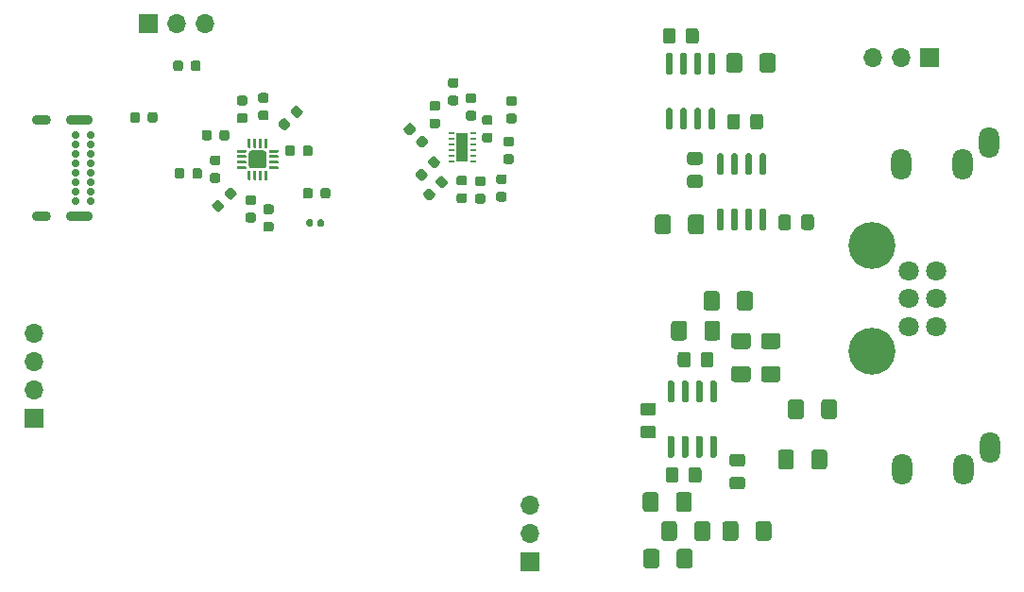
<source format=gbr>
%TF.GenerationSoftware,KiCad,Pcbnew,(5.1.8)-1*%
%TF.CreationDate,2021-03-14T21:45:14-06:00*%
%TF.ProjectId,Audio Card,41756469-6f20-4436-9172-642e6b696361,rev?*%
%TF.SameCoordinates,Original*%
%TF.FileFunction,Soldermask,Top*%
%TF.FilePolarity,Negative*%
%FSLAX46Y46*%
G04 Gerber Fmt 4.6, Leading zero omitted, Abs format (unit mm)*
G04 Created by KiCad (PCBNEW (5.1.8)-1) date 2021-03-14 21:45:14*
%MOMM*%
%LPD*%
G01*
G04 APERTURE LIST*
%ADD10O,1.700000X1.700000*%
%ADD11R,1.700000X1.700000*%
%ADD12O,1.700000X0.900000*%
%ADD13O,2.400000X0.900000*%
%ADD14C,0.700000*%
%ADD15R,1.000000X2.650000*%
%ADD16R,0.500000X0.250000*%
%ADD17C,4.200000*%
%ADD18C,1.800000*%
%ADD19O,1.800000X2.800000*%
G04 APERTURE END LIST*
%TO.C,U9*%
G36*
G01*
X176664200Y-56995100D02*
X176664200Y-56245100D01*
G75*
G02*
X176726700Y-56182600I62500J0D01*
G01*
X176851700Y-56182600D01*
G75*
G02*
X176914200Y-56245100I0J-62500D01*
G01*
X176914200Y-56995100D01*
G75*
G02*
X176851700Y-57057600I-62500J0D01*
G01*
X176726700Y-57057600D01*
G75*
G02*
X176664200Y-56995100I0J62500D01*
G01*
G37*
G36*
G01*
X177164200Y-56995100D02*
X177164200Y-56245100D01*
G75*
G02*
X177226700Y-56182600I62500J0D01*
G01*
X177351700Y-56182600D01*
G75*
G02*
X177414200Y-56245100I0J-62500D01*
G01*
X177414200Y-56995100D01*
G75*
G02*
X177351700Y-57057600I-62500J0D01*
G01*
X177226700Y-57057600D01*
G75*
G02*
X177164200Y-56995100I0J62500D01*
G01*
G37*
G36*
G01*
X177664200Y-56995100D02*
X177664200Y-56245100D01*
G75*
G02*
X177726700Y-56182600I62500J0D01*
G01*
X177851700Y-56182600D01*
G75*
G02*
X177914200Y-56245100I0J-62500D01*
G01*
X177914200Y-56995100D01*
G75*
G02*
X177851700Y-57057600I-62500J0D01*
G01*
X177726700Y-57057600D01*
G75*
G02*
X177664200Y-56995100I0J62500D01*
G01*
G37*
G36*
G01*
X178164200Y-56995100D02*
X178164200Y-56245100D01*
G75*
G02*
X178226700Y-56182600I62500J0D01*
G01*
X178351700Y-56182600D01*
G75*
G02*
X178414200Y-56245100I0J-62500D01*
G01*
X178414200Y-56995100D01*
G75*
G02*
X178351700Y-57057600I-62500J0D01*
G01*
X178226700Y-57057600D01*
G75*
G02*
X178164200Y-56995100I0J62500D01*
G01*
G37*
G36*
G01*
X178539200Y-57370100D02*
X178539200Y-57245100D01*
G75*
G02*
X178601700Y-57182600I62500J0D01*
G01*
X179351700Y-57182600D01*
G75*
G02*
X179414200Y-57245100I0J-62500D01*
G01*
X179414200Y-57370100D01*
G75*
G02*
X179351700Y-57432600I-62500J0D01*
G01*
X178601700Y-57432600D01*
G75*
G02*
X178539200Y-57370100I0J62500D01*
G01*
G37*
G36*
G01*
X178539200Y-57870100D02*
X178539200Y-57745100D01*
G75*
G02*
X178601700Y-57682600I62500J0D01*
G01*
X179351700Y-57682600D01*
G75*
G02*
X179414200Y-57745100I0J-62500D01*
G01*
X179414200Y-57870100D01*
G75*
G02*
X179351700Y-57932600I-62500J0D01*
G01*
X178601700Y-57932600D01*
G75*
G02*
X178539200Y-57870100I0J62500D01*
G01*
G37*
G36*
G01*
X178539200Y-58370100D02*
X178539200Y-58245100D01*
G75*
G02*
X178601700Y-58182600I62500J0D01*
G01*
X179351700Y-58182600D01*
G75*
G02*
X179414200Y-58245100I0J-62500D01*
G01*
X179414200Y-58370100D01*
G75*
G02*
X179351700Y-58432600I-62500J0D01*
G01*
X178601700Y-58432600D01*
G75*
G02*
X178539200Y-58370100I0J62500D01*
G01*
G37*
G36*
G01*
X178539200Y-58870100D02*
X178539200Y-58745100D01*
G75*
G02*
X178601700Y-58682600I62500J0D01*
G01*
X179351700Y-58682600D01*
G75*
G02*
X179414200Y-58745100I0J-62500D01*
G01*
X179414200Y-58870100D01*
G75*
G02*
X179351700Y-58932600I-62500J0D01*
G01*
X178601700Y-58932600D01*
G75*
G02*
X178539200Y-58870100I0J62500D01*
G01*
G37*
G36*
G01*
X178164200Y-59870100D02*
X178164200Y-59120100D01*
G75*
G02*
X178226700Y-59057600I62500J0D01*
G01*
X178351700Y-59057600D01*
G75*
G02*
X178414200Y-59120100I0J-62500D01*
G01*
X178414200Y-59870100D01*
G75*
G02*
X178351700Y-59932600I-62500J0D01*
G01*
X178226700Y-59932600D01*
G75*
G02*
X178164200Y-59870100I0J62500D01*
G01*
G37*
G36*
G01*
X177664200Y-59870100D02*
X177664200Y-59120100D01*
G75*
G02*
X177726700Y-59057600I62500J0D01*
G01*
X177851700Y-59057600D01*
G75*
G02*
X177914200Y-59120100I0J-62500D01*
G01*
X177914200Y-59870100D01*
G75*
G02*
X177851700Y-59932600I-62500J0D01*
G01*
X177726700Y-59932600D01*
G75*
G02*
X177664200Y-59870100I0J62500D01*
G01*
G37*
G36*
G01*
X177164200Y-59870100D02*
X177164200Y-59120100D01*
G75*
G02*
X177226700Y-59057600I62500J0D01*
G01*
X177351700Y-59057600D01*
G75*
G02*
X177414200Y-59120100I0J-62500D01*
G01*
X177414200Y-59870100D01*
G75*
G02*
X177351700Y-59932600I-62500J0D01*
G01*
X177226700Y-59932600D01*
G75*
G02*
X177164200Y-59870100I0J62500D01*
G01*
G37*
G36*
G01*
X176664200Y-59870100D02*
X176664200Y-59120100D01*
G75*
G02*
X176726700Y-59057600I62500J0D01*
G01*
X176851700Y-59057600D01*
G75*
G02*
X176914200Y-59120100I0J-62500D01*
G01*
X176914200Y-59870100D01*
G75*
G02*
X176851700Y-59932600I-62500J0D01*
G01*
X176726700Y-59932600D01*
G75*
G02*
X176664200Y-59870100I0J62500D01*
G01*
G37*
G36*
G01*
X175664200Y-58870100D02*
X175664200Y-58745100D01*
G75*
G02*
X175726700Y-58682600I62500J0D01*
G01*
X176476700Y-58682600D01*
G75*
G02*
X176539200Y-58745100I0J-62500D01*
G01*
X176539200Y-58870100D01*
G75*
G02*
X176476700Y-58932600I-62500J0D01*
G01*
X175726700Y-58932600D01*
G75*
G02*
X175664200Y-58870100I0J62500D01*
G01*
G37*
G36*
G01*
X175664200Y-58370100D02*
X175664200Y-58245100D01*
G75*
G02*
X175726700Y-58182600I62500J0D01*
G01*
X176476700Y-58182600D01*
G75*
G02*
X176539200Y-58245100I0J-62500D01*
G01*
X176539200Y-58370100D01*
G75*
G02*
X176476700Y-58432600I-62500J0D01*
G01*
X175726700Y-58432600D01*
G75*
G02*
X175664200Y-58370100I0J62500D01*
G01*
G37*
G36*
G01*
X175664200Y-57870100D02*
X175664200Y-57745100D01*
G75*
G02*
X175726700Y-57682600I62500J0D01*
G01*
X176476700Y-57682600D01*
G75*
G02*
X176539200Y-57745100I0J-62500D01*
G01*
X176539200Y-57870100D01*
G75*
G02*
X176476700Y-57932600I-62500J0D01*
G01*
X175726700Y-57932600D01*
G75*
G02*
X175664200Y-57870100I0J62500D01*
G01*
G37*
G36*
G01*
X175664200Y-57370100D02*
X175664200Y-57245100D01*
G75*
G02*
X175726700Y-57182600I62500J0D01*
G01*
X176476700Y-57182600D01*
G75*
G02*
X176539200Y-57245100I0J-62500D01*
G01*
X176539200Y-57370100D01*
G75*
G02*
X176476700Y-57432600I-62500J0D01*
G01*
X175726700Y-57432600D01*
G75*
G02*
X175664200Y-57370100I0J62500D01*
G01*
G37*
G36*
G01*
X176739200Y-58607600D02*
X176739200Y-57507600D01*
G75*
G02*
X176989200Y-57257600I250000J0D01*
G01*
X178089200Y-57257600D01*
G75*
G02*
X178339200Y-57507600I0J-250000D01*
G01*
X178339200Y-58607600D01*
G75*
G02*
X178089200Y-58857600I-250000J0D01*
G01*
X176989200Y-58857600D01*
G75*
G02*
X176739200Y-58607600I0J250000D01*
G01*
G37*
%TD*%
D10*
%TO.C,J6*%
X201930000Y-89090500D03*
X201930000Y-91630500D03*
D11*
X201930000Y-94170500D03*
%TD*%
%TO.C,C22*%
G36*
G01*
X216275499Y-59441500D02*
X217175501Y-59441500D01*
G75*
G02*
X217425500Y-59691499I0J-249999D01*
G01*
X217425500Y-60341501D01*
G75*
G02*
X217175501Y-60591500I-249999J0D01*
G01*
X216275499Y-60591500D01*
G75*
G02*
X216025500Y-60341501I0J249999D01*
G01*
X216025500Y-59691499D01*
G75*
G02*
X216275499Y-59441500I249999J0D01*
G01*
G37*
G36*
G01*
X216275499Y-57391500D02*
X217175501Y-57391500D01*
G75*
G02*
X217425500Y-57641499I0J-249999D01*
G01*
X217425500Y-58291501D01*
G75*
G02*
X217175501Y-58541500I-249999J0D01*
G01*
X216275499Y-58541500D01*
G75*
G02*
X216025500Y-58291501I0J249999D01*
G01*
X216025500Y-57641499D01*
G75*
G02*
X216275499Y-57391500I249999J0D01*
G01*
G37*
%TD*%
%TO.C,C21*%
G36*
G01*
X226247000Y-64140501D02*
X226247000Y-63240499D01*
G75*
G02*
X226496999Y-62990500I249999J0D01*
G01*
X227147001Y-62990500D01*
G75*
G02*
X227397000Y-63240499I0J-249999D01*
G01*
X227397000Y-64140501D01*
G75*
G02*
X227147001Y-64390500I-249999J0D01*
G01*
X226496999Y-64390500D01*
G75*
G02*
X226247000Y-64140501I0J249999D01*
G01*
G37*
G36*
G01*
X224197000Y-64140501D02*
X224197000Y-63240499D01*
G75*
G02*
X224446999Y-62990500I249999J0D01*
G01*
X225097001Y-62990500D01*
G75*
G02*
X225347000Y-63240499I0J-249999D01*
G01*
X225347000Y-64140501D01*
G75*
G02*
X225097001Y-64390500I-249999J0D01*
G01*
X224446999Y-64390500D01*
G75*
G02*
X224197000Y-64140501I0J249999D01*
G01*
G37*
%TD*%
%TO.C,C20*%
G36*
G01*
X221675000Y-55123501D02*
X221675000Y-54223499D01*
G75*
G02*
X221924999Y-53973500I249999J0D01*
G01*
X222575001Y-53973500D01*
G75*
G02*
X222825000Y-54223499I0J-249999D01*
G01*
X222825000Y-55123501D01*
G75*
G02*
X222575001Y-55373500I-249999J0D01*
G01*
X221924999Y-55373500D01*
G75*
G02*
X221675000Y-55123501I0J249999D01*
G01*
G37*
G36*
G01*
X219625000Y-55123501D02*
X219625000Y-54223499D01*
G75*
G02*
X219874999Y-53973500I249999J0D01*
G01*
X220525001Y-53973500D01*
G75*
G02*
X220775000Y-54223499I0J-249999D01*
G01*
X220775000Y-55123501D01*
G75*
G02*
X220525001Y-55373500I-249999J0D01*
G01*
X219874999Y-55373500D01*
G75*
G02*
X219625000Y-55123501I0J249999D01*
G01*
G37*
%TD*%
%TO.C,C19*%
G36*
G01*
X220085499Y-86501500D02*
X220985501Y-86501500D01*
G75*
G02*
X221235500Y-86751499I0J-249999D01*
G01*
X221235500Y-87401501D01*
G75*
G02*
X220985501Y-87651500I-249999J0D01*
G01*
X220085499Y-87651500D01*
G75*
G02*
X219835500Y-87401501I0J249999D01*
G01*
X219835500Y-86751499D01*
G75*
G02*
X220085499Y-86501500I249999J0D01*
G01*
G37*
G36*
G01*
X220085499Y-84451500D02*
X220985501Y-84451500D01*
G75*
G02*
X221235500Y-84701499I0J-249999D01*
G01*
X221235500Y-85351501D01*
G75*
G02*
X220985501Y-85601500I-249999J0D01*
G01*
X220085499Y-85601500D01*
G75*
G02*
X219835500Y-85351501I0J249999D01*
G01*
X219835500Y-84701499D01*
G75*
G02*
X220085499Y-84451500I249999J0D01*
G01*
G37*
%TD*%
%TO.C,C18*%
G36*
G01*
X212084499Y-81929500D02*
X212984501Y-81929500D01*
G75*
G02*
X213234500Y-82179499I0J-249999D01*
G01*
X213234500Y-82829501D01*
G75*
G02*
X212984501Y-83079500I-249999J0D01*
G01*
X212084499Y-83079500D01*
G75*
G02*
X211834500Y-82829501I0J249999D01*
G01*
X211834500Y-82179499D01*
G75*
G02*
X212084499Y-81929500I249999J0D01*
G01*
G37*
G36*
G01*
X212084499Y-79879500D02*
X212984501Y-79879500D01*
G75*
G02*
X213234500Y-80129499I0J-249999D01*
G01*
X213234500Y-80779501D01*
G75*
G02*
X212984501Y-81029500I-249999J0D01*
G01*
X212084499Y-81029500D01*
G75*
G02*
X211834500Y-80779501I0J249999D01*
G01*
X211834500Y-80129499D01*
G75*
G02*
X212084499Y-79879500I249999J0D01*
G01*
G37*
%TD*%
%TO.C,C17*%
G36*
G01*
X215905500Y-47440001D02*
X215905500Y-46539999D01*
G75*
G02*
X216155499Y-46290000I249999J0D01*
G01*
X216805501Y-46290000D01*
G75*
G02*
X217055500Y-46539999I0J-249999D01*
G01*
X217055500Y-47440001D01*
G75*
G02*
X216805501Y-47690000I-249999J0D01*
G01*
X216155499Y-47690000D01*
G75*
G02*
X215905500Y-47440001I0J249999D01*
G01*
G37*
G36*
G01*
X213855500Y-47440001D02*
X213855500Y-46539999D01*
G75*
G02*
X214105499Y-46290000I249999J0D01*
G01*
X214755501Y-46290000D01*
G75*
G02*
X215005500Y-46539999I0J-249999D01*
G01*
X215005500Y-47440001D01*
G75*
G02*
X214755501Y-47690000I-249999J0D01*
G01*
X214105499Y-47690000D01*
G75*
G02*
X213855500Y-47440001I0J249999D01*
G01*
G37*
%TD*%
%TO.C,C4*%
G36*
G01*
X216339000Y-75559499D02*
X216339000Y-76459501D01*
G75*
G02*
X216089001Y-76709500I-249999J0D01*
G01*
X215438999Y-76709500D01*
G75*
G02*
X215189000Y-76459501I0J249999D01*
G01*
X215189000Y-75559499D01*
G75*
G02*
X215438999Y-75309500I249999J0D01*
G01*
X216089001Y-75309500D01*
G75*
G02*
X216339000Y-75559499I0J-249999D01*
G01*
G37*
G36*
G01*
X218389000Y-75559499D02*
X218389000Y-76459501D01*
G75*
G02*
X218139001Y-76709500I-249999J0D01*
G01*
X217488999Y-76709500D01*
G75*
G02*
X217239000Y-76459501I0J249999D01*
G01*
X217239000Y-75559499D01*
G75*
G02*
X217488999Y-75309500I249999J0D01*
G01*
X218139001Y-75309500D01*
G75*
G02*
X218389000Y-75559499I0J-249999D01*
G01*
G37*
%TD*%
%TO.C,C2*%
G36*
G01*
X215259500Y-85909999D02*
X215259500Y-86810001D01*
G75*
G02*
X215009501Y-87060000I-249999J0D01*
G01*
X214359499Y-87060000D01*
G75*
G02*
X214109500Y-86810001I0J249999D01*
G01*
X214109500Y-85909999D01*
G75*
G02*
X214359499Y-85660000I249999J0D01*
G01*
X215009501Y-85660000D01*
G75*
G02*
X215259500Y-85909999I0J-249999D01*
G01*
G37*
G36*
G01*
X217309500Y-85909999D02*
X217309500Y-86810001D01*
G75*
G02*
X217059501Y-87060000I-249999J0D01*
G01*
X216409499Y-87060000D01*
G75*
G02*
X216159500Y-86810001I0J249999D01*
G01*
X216159500Y-85909999D01*
G75*
G02*
X216409499Y-85660000I249999J0D01*
G01*
X217059501Y-85660000D01*
G75*
G02*
X217309500Y-85909999I0J-249999D01*
G01*
G37*
%TD*%
%TO.C,R10*%
G36*
G01*
X216118500Y-64506000D02*
X216118500Y-63256000D01*
G75*
G02*
X216368500Y-63006000I250000J0D01*
G01*
X217293500Y-63006000D01*
G75*
G02*
X217543500Y-63256000I0J-250000D01*
G01*
X217543500Y-64506000D01*
G75*
G02*
X217293500Y-64756000I-250000J0D01*
G01*
X216368500Y-64756000D01*
G75*
G02*
X216118500Y-64506000I0J250000D01*
G01*
G37*
G36*
G01*
X213143500Y-64506000D02*
X213143500Y-63256000D01*
G75*
G02*
X213393500Y-63006000I250000J0D01*
G01*
X214318500Y-63006000D01*
G75*
G02*
X214568500Y-63256000I0J-250000D01*
G01*
X214568500Y-64506000D01*
G75*
G02*
X214318500Y-64756000I-250000J0D01*
G01*
X213393500Y-64756000D01*
G75*
G02*
X213143500Y-64506000I0J250000D01*
G01*
G37*
%TD*%
%TO.C,R6*%
G36*
G01*
X228041500Y-81079500D02*
X228041500Y-79829500D01*
G75*
G02*
X228291500Y-79579500I250000J0D01*
G01*
X229216500Y-79579500D01*
G75*
G02*
X229466500Y-79829500I0J-250000D01*
G01*
X229466500Y-81079500D01*
G75*
G02*
X229216500Y-81329500I-250000J0D01*
G01*
X228291500Y-81329500D01*
G75*
G02*
X228041500Y-81079500I0J250000D01*
G01*
G37*
G36*
G01*
X225066500Y-81079500D02*
X225066500Y-79829500D01*
G75*
G02*
X225316500Y-79579500I250000J0D01*
G01*
X226241500Y-79579500D01*
G75*
G02*
X226491500Y-79829500I0J-250000D01*
G01*
X226491500Y-81079500D01*
G75*
G02*
X226241500Y-81329500I-250000J0D01*
G01*
X225316500Y-81329500D01*
G75*
G02*
X225066500Y-81079500I0J250000D01*
G01*
G37*
%TD*%
%TO.C,R5*%
G36*
G01*
X220967000Y-48778000D02*
X220967000Y-50028000D01*
G75*
G02*
X220717000Y-50278000I-250000J0D01*
G01*
X219792000Y-50278000D01*
G75*
G02*
X219542000Y-50028000I0J250000D01*
G01*
X219542000Y-48778000D01*
G75*
G02*
X219792000Y-48528000I250000J0D01*
G01*
X220717000Y-48528000D01*
G75*
G02*
X220967000Y-48778000I0J-250000D01*
G01*
G37*
G36*
G01*
X223942000Y-48778000D02*
X223942000Y-50028000D01*
G75*
G02*
X223692000Y-50278000I-250000J0D01*
G01*
X222767000Y-50278000D01*
G75*
G02*
X222517000Y-50028000I0J250000D01*
G01*
X222517000Y-48778000D01*
G75*
G02*
X222767000Y-48528000I250000J0D01*
G01*
X223692000Y-48528000D01*
G75*
G02*
X223942000Y-48778000I0J-250000D01*
G01*
G37*
%TD*%
%TO.C,R1*%
G36*
G01*
X227152500Y-85588000D02*
X227152500Y-84338000D01*
G75*
G02*
X227402500Y-84088000I250000J0D01*
G01*
X228327500Y-84088000D01*
G75*
G02*
X228577500Y-84338000I0J-250000D01*
G01*
X228577500Y-85588000D01*
G75*
G02*
X228327500Y-85838000I-250000J0D01*
G01*
X227402500Y-85838000D01*
G75*
G02*
X227152500Y-85588000I0J250000D01*
G01*
G37*
G36*
G01*
X224177500Y-85588000D02*
X224177500Y-84338000D01*
G75*
G02*
X224427500Y-84088000I250000J0D01*
G01*
X225352500Y-84088000D01*
G75*
G02*
X225602500Y-84338000I0J-250000D01*
G01*
X225602500Y-85588000D01*
G75*
G02*
X225352500Y-85838000I-250000J0D01*
G01*
X224427500Y-85838000D01*
G75*
G02*
X224177500Y-85588000I0J250000D01*
G01*
G37*
%TD*%
%TO.C,C3*%
G36*
G01*
X221478000Y-75044000D02*
X220228000Y-75044000D01*
G75*
G02*
X219978000Y-74794000I0J250000D01*
G01*
X219978000Y-73869000D01*
G75*
G02*
X220228000Y-73619000I250000J0D01*
G01*
X221478000Y-73619000D01*
G75*
G02*
X221728000Y-73869000I0J-250000D01*
G01*
X221728000Y-74794000D01*
G75*
G02*
X221478000Y-75044000I-250000J0D01*
G01*
G37*
G36*
G01*
X221478000Y-78019000D02*
X220228000Y-78019000D01*
G75*
G02*
X219978000Y-77769000I0J250000D01*
G01*
X219978000Y-76844000D01*
G75*
G02*
X220228000Y-76594000I250000J0D01*
G01*
X221478000Y-76594000D01*
G75*
G02*
X221728000Y-76844000I0J-250000D01*
G01*
X221728000Y-77769000D01*
G75*
G02*
X221478000Y-78019000I-250000J0D01*
G01*
G37*
%TD*%
%TO.C,C1*%
G36*
G01*
X213474000Y-88148000D02*
X213474000Y-89398000D01*
G75*
G02*
X213224000Y-89648000I-250000J0D01*
G01*
X212299000Y-89648000D01*
G75*
G02*
X212049000Y-89398000I0J250000D01*
G01*
X212049000Y-88148000D01*
G75*
G02*
X212299000Y-87898000I250000J0D01*
G01*
X213224000Y-87898000D01*
G75*
G02*
X213474000Y-88148000I0J-250000D01*
G01*
G37*
G36*
G01*
X216449000Y-88148000D02*
X216449000Y-89398000D01*
G75*
G02*
X216199000Y-89648000I-250000J0D01*
G01*
X215274000Y-89648000D01*
G75*
G02*
X215024000Y-89398000I0J250000D01*
G01*
X215024000Y-88148000D01*
G75*
G02*
X215274000Y-87898000I250000J0D01*
G01*
X216199000Y-87898000D01*
G75*
G02*
X216449000Y-88148000I0J-250000D01*
G01*
G37*
%TD*%
%TO.C,R9*%
G36*
G01*
X220485000Y-71364000D02*
X220485000Y-70114000D01*
G75*
G02*
X220735000Y-69864000I250000J0D01*
G01*
X221660000Y-69864000D01*
G75*
G02*
X221910000Y-70114000I0J-250000D01*
G01*
X221910000Y-71364000D01*
G75*
G02*
X221660000Y-71614000I-250000J0D01*
G01*
X220735000Y-71614000D01*
G75*
G02*
X220485000Y-71364000I0J250000D01*
G01*
G37*
G36*
G01*
X217510000Y-71364000D02*
X217510000Y-70114000D01*
G75*
G02*
X217760000Y-69864000I250000J0D01*
G01*
X218685000Y-69864000D01*
G75*
G02*
X218935000Y-70114000I0J-250000D01*
G01*
X218935000Y-71364000D01*
G75*
G02*
X218685000Y-71614000I-250000J0D01*
G01*
X217760000Y-71614000D01*
G75*
G02*
X217510000Y-71364000I0J250000D01*
G01*
G37*
%TD*%
%TO.C,R8*%
G36*
G01*
X217564000Y-74031000D02*
X217564000Y-72781000D01*
G75*
G02*
X217814000Y-72531000I250000J0D01*
G01*
X218739000Y-72531000D01*
G75*
G02*
X218989000Y-72781000I0J-250000D01*
G01*
X218989000Y-74031000D01*
G75*
G02*
X218739000Y-74281000I-250000J0D01*
G01*
X217814000Y-74281000D01*
G75*
G02*
X217564000Y-74031000I0J250000D01*
G01*
G37*
G36*
G01*
X214589000Y-74031000D02*
X214589000Y-72781000D01*
G75*
G02*
X214839000Y-72531000I250000J0D01*
G01*
X215764000Y-72531000D01*
G75*
G02*
X216014000Y-72781000I0J-250000D01*
G01*
X216014000Y-74031000D01*
G75*
G02*
X215764000Y-74281000I-250000J0D01*
G01*
X214839000Y-74281000D01*
G75*
G02*
X214589000Y-74031000I0J250000D01*
G01*
G37*
%TD*%
%TO.C,R7*%
G36*
G01*
X222895000Y-76594000D02*
X224145000Y-76594000D01*
G75*
G02*
X224395000Y-76844000I0J-250000D01*
G01*
X224395000Y-77769000D01*
G75*
G02*
X224145000Y-78019000I-250000J0D01*
G01*
X222895000Y-78019000D01*
G75*
G02*
X222645000Y-77769000I0J250000D01*
G01*
X222645000Y-76844000D01*
G75*
G02*
X222895000Y-76594000I250000J0D01*
G01*
G37*
G36*
G01*
X222895000Y-73619000D02*
X224145000Y-73619000D01*
G75*
G02*
X224395000Y-73869000I0J-250000D01*
G01*
X224395000Y-74794000D01*
G75*
G02*
X224145000Y-75044000I-250000J0D01*
G01*
X222895000Y-75044000D01*
G75*
G02*
X222645000Y-74794000I0J250000D01*
G01*
X222645000Y-73869000D01*
G75*
G02*
X222895000Y-73619000I250000J0D01*
G01*
G37*
%TD*%
%TO.C,R4*%
G36*
G01*
X222163000Y-92001500D02*
X222163000Y-90751500D01*
G75*
G02*
X222413000Y-90501500I250000J0D01*
G01*
X223338000Y-90501500D01*
G75*
G02*
X223588000Y-90751500I0J-250000D01*
G01*
X223588000Y-92001500D01*
G75*
G02*
X223338000Y-92251500I-250000J0D01*
G01*
X222413000Y-92251500D01*
G75*
G02*
X222163000Y-92001500I0J250000D01*
G01*
G37*
G36*
G01*
X219188000Y-92001500D02*
X219188000Y-90751500D01*
G75*
G02*
X219438000Y-90501500I250000J0D01*
G01*
X220363000Y-90501500D01*
G75*
G02*
X220613000Y-90751500I0J-250000D01*
G01*
X220613000Y-92001500D01*
G75*
G02*
X220363000Y-92251500I-250000J0D01*
G01*
X219438000Y-92251500D01*
G75*
G02*
X219188000Y-92001500I0J250000D01*
G01*
G37*
%TD*%
%TO.C,R3*%
G36*
G01*
X216675000Y-92001500D02*
X216675000Y-90751500D01*
G75*
G02*
X216925000Y-90501500I250000J0D01*
G01*
X217850000Y-90501500D01*
G75*
G02*
X218100000Y-90751500I0J-250000D01*
G01*
X218100000Y-92001500D01*
G75*
G02*
X217850000Y-92251500I-250000J0D01*
G01*
X216925000Y-92251500D01*
G75*
G02*
X216675000Y-92001500I0J250000D01*
G01*
G37*
G36*
G01*
X213700000Y-92001500D02*
X213700000Y-90751500D01*
G75*
G02*
X213950000Y-90501500I250000J0D01*
G01*
X214875000Y-90501500D01*
G75*
G02*
X215125000Y-90751500I0J-250000D01*
G01*
X215125000Y-92001500D01*
G75*
G02*
X214875000Y-92251500I-250000J0D01*
G01*
X213950000Y-92251500D01*
G75*
G02*
X213700000Y-92001500I0J250000D01*
G01*
G37*
%TD*%
%TO.C,R2*%
G36*
G01*
X215087500Y-94478000D02*
X215087500Y-93228000D01*
G75*
G02*
X215337500Y-92978000I250000J0D01*
G01*
X216262500Y-92978000D01*
G75*
G02*
X216512500Y-93228000I0J-250000D01*
G01*
X216512500Y-94478000D01*
G75*
G02*
X216262500Y-94728000I-250000J0D01*
G01*
X215337500Y-94728000D01*
G75*
G02*
X215087500Y-94478000I0J250000D01*
G01*
G37*
G36*
G01*
X212112500Y-94478000D02*
X212112500Y-93228000D01*
G75*
G02*
X212362500Y-92978000I250000J0D01*
G01*
X213287500Y-92978000D01*
G75*
G02*
X213537500Y-93228000I0J-250000D01*
G01*
X213537500Y-94478000D01*
G75*
G02*
X213287500Y-94728000I-250000J0D01*
G01*
X212362500Y-94728000D01*
G75*
G02*
X212112500Y-94478000I0J250000D01*
G01*
G37*
%TD*%
%TO.C,U3*%
G36*
G01*
X222671500Y-62460000D02*
X222971500Y-62460000D01*
G75*
G02*
X223121500Y-62610000I0J-150000D01*
G01*
X223121500Y-64260000D01*
G75*
G02*
X222971500Y-64410000I-150000J0D01*
G01*
X222671500Y-64410000D01*
G75*
G02*
X222521500Y-64260000I0J150000D01*
G01*
X222521500Y-62610000D01*
G75*
G02*
X222671500Y-62460000I150000J0D01*
G01*
G37*
G36*
G01*
X221401500Y-62460000D02*
X221701500Y-62460000D01*
G75*
G02*
X221851500Y-62610000I0J-150000D01*
G01*
X221851500Y-64260000D01*
G75*
G02*
X221701500Y-64410000I-150000J0D01*
G01*
X221401500Y-64410000D01*
G75*
G02*
X221251500Y-64260000I0J150000D01*
G01*
X221251500Y-62610000D01*
G75*
G02*
X221401500Y-62460000I150000J0D01*
G01*
G37*
G36*
G01*
X220131500Y-62460000D02*
X220431500Y-62460000D01*
G75*
G02*
X220581500Y-62610000I0J-150000D01*
G01*
X220581500Y-64260000D01*
G75*
G02*
X220431500Y-64410000I-150000J0D01*
G01*
X220131500Y-64410000D01*
G75*
G02*
X219981500Y-64260000I0J150000D01*
G01*
X219981500Y-62610000D01*
G75*
G02*
X220131500Y-62460000I150000J0D01*
G01*
G37*
G36*
G01*
X218861500Y-62460000D02*
X219161500Y-62460000D01*
G75*
G02*
X219311500Y-62610000I0J-150000D01*
G01*
X219311500Y-64260000D01*
G75*
G02*
X219161500Y-64410000I-150000J0D01*
G01*
X218861500Y-64410000D01*
G75*
G02*
X218711500Y-64260000I0J150000D01*
G01*
X218711500Y-62610000D01*
G75*
G02*
X218861500Y-62460000I150000J0D01*
G01*
G37*
G36*
G01*
X218861500Y-57510000D02*
X219161500Y-57510000D01*
G75*
G02*
X219311500Y-57660000I0J-150000D01*
G01*
X219311500Y-59310000D01*
G75*
G02*
X219161500Y-59460000I-150000J0D01*
G01*
X218861500Y-59460000D01*
G75*
G02*
X218711500Y-59310000I0J150000D01*
G01*
X218711500Y-57660000D01*
G75*
G02*
X218861500Y-57510000I150000J0D01*
G01*
G37*
G36*
G01*
X220131500Y-57510000D02*
X220431500Y-57510000D01*
G75*
G02*
X220581500Y-57660000I0J-150000D01*
G01*
X220581500Y-59310000D01*
G75*
G02*
X220431500Y-59460000I-150000J0D01*
G01*
X220131500Y-59460000D01*
G75*
G02*
X219981500Y-59310000I0J150000D01*
G01*
X219981500Y-57660000D01*
G75*
G02*
X220131500Y-57510000I150000J0D01*
G01*
G37*
G36*
G01*
X221401500Y-57510000D02*
X221701500Y-57510000D01*
G75*
G02*
X221851500Y-57660000I0J-150000D01*
G01*
X221851500Y-59310000D01*
G75*
G02*
X221701500Y-59460000I-150000J0D01*
G01*
X221401500Y-59460000D01*
G75*
G02*
X221251500Y-59310000I0J150000D01*
G01*
X221251500Y-57660000D01*
G75*
G02*
X221401500Y-57510000I150000J0D01*
G01*
G37*
G36*
G01*
X222671500Y-57510000D02*
X222971500Y-57510000D01*
G75*
G02*
X223121500Y-57660000I0J-150000D01*
G01*
X223121500Y-59310000D01*
G75*
G02*
X222971500Y-59460000I-150000J0D01*
G01*
X222671500Y-59460000D01*
G75*
G02*
X222521500Y-59310000I0J150000D01*
G01*
X222521500Y-57660000D01*
G75*
G02*
X222671500Y-57510000I150000J0D01*
G01*
G37*
%TD*%
%TO.C,U2*%
G36*
G01*
X214589500Y-50443000D02*
X214289500Y-50443000D01*
G75*
G02*
X214139500Y-50293000I0J150000D01*
G01*
X214139500Y-48643000D01*
G75*
G02*
X214289500Y-48493000I150000J0D01*
G01*
X214589500Y-48493000D01*
G75*
G02*
X214739500Y-48643000I0J-150000D01*
G01*
X214739500Y-50293000D01*
G75*
G02*
X214589500Y-50443000I-150000J0D01*
G01*
G37*
G36*
G01*
X215859500Y-50443000D02*
X215559500Y-50443000D01*
G75*
G02*
X215409500Y-50293000I0J150000D01*
G01*
X215409500Y-48643000D01*
G75*
G02*
X215559500Y-48493000I150000J0D01*
G01*
X215859500Y-48493000D01*
G75*
G02*
X216009500Y-48643000I0J-150000D01*
G01*
X216009500Y-50293000D01*
G75*
G02*
X215859500Y-50443000I-150000J0D01*
G01*
G37*
G36*
G01*
X217129500Y-50443000D02*
X216829500Y-50443000D01*
G75*
G02*
X216679500Y-50293000I0J150000D01*
G01*
X216679500Y-48643000D01*
G75*
G02*
X216829500Y-48493000I150000J0D01*
G01*
X217129500Y-48493000D01*
G75*
G02*
X217279500Y-48643000I0J-150000D01*
G01*
X217279500Y-50293000D01*
G75*
G02*
X217129500Y-50443000I-150000J0D01*
G01*
G37*
G36*
G01*
X218399500Y-50443000D02*
X218099500Y-50443000D01*
G75*
G02*
X217949500Y-50293000I0J150000D01*
G01*
X217949500Y-48643000D01*
G75*
G02*
X218099500Y-48493000I150000J0D01*
G01*
X218399500Y-48493000D01*
G75*
G02*
X218549500Y-48643000I0J-150000D01*
G01*
X218549500Y-50293000D01*
G75*
G02*
X218399500Y-50443000I-150000J0D01*
G01*
G37*
G36*
G01*
X218399500Y-55393000D02*
X218099500Y-55393000D01*
G75*
G02*
X217949500Y-55243000I0J150000D01*
G01*
X217949500Y-53593000D01*
G75*
G02*
X218099500Y-53443000I150000J0D01*
G01*
X218399500Y-53443000D01*
G75*
G02*
X218549500Y-53593000I0J-150000D01*
G01*
X218549500Y-55243000D01*
G75*
G02*
X218399500Y-55393000I-150000J0D01*
G01*
G37*
G36*
G01*
X217129500Y-55393000D02*
X216829500Y-55393000D01*
G75*
G02*
X216679500Y-55243000I0J150000D01*
G01*
X216679500Y-53593000D01*
G75*
G02*
X216829500Y-53443000I150000J0D01*
G01*
X217129500Y-53443000D01*
G75*
G02*
X217279500Y-53593000I0J-150000D01*
G01*
X217279500Y-55243000D01*
G75*
G02*
X217129500Y-55393000I-150000J0D01*
G01*
G37*
G36*
G01*
X215859500Y-55393000D02*
X215559500Y-55393000D01*
G75*
G02*
X215409500Y-55243000I0J150000D01*
G01*
X215409500Y-53593000D01*
G75*
G02*
X215559500Y-53443000I150000J0D01*
G01*
X215859500Y-53443000D01*
G75*
G02*
X216009500Y-53593000I0J-150000D01*
G01*
X216009500Y-55243000D01*
G75*
G02*
X215859500Y-55393000I-150000J0D01*
G01*
G37*
G36*
G01*
X214589500Y-55393000D02*
X214289500Y-55393000D01*
G75*
G02*
X214139500Y-55243000I0J150000D01*
G01*
X214139500Y-53593000D01*
G75*
G02*
X214289500Y-53443000I150000J0D01*
G01*
X214589500Y-53443000D01*
G75*
G02*
X214739500Y-53593000I0J-150000D01*
G01*
X214739500Y-55243000D01*
G75*
G02*
X214589500Y-55393000I-150000J0D01*
G01*
G37*
%TD*%
%TO.C,U1*%
G36*
G01*
X214716500Y-79842000D02*
X214416500Y-79842000D01*
G75*
G02*
X214266500Y-79692000I0J150000D01*
G01*
X214266500Y-78042000D01*
G75*
G02*
X214416500Y-77892000I150000J0D01*
G01*
X214716500Y-77892000D01*
G75*
G02*
X214866500Y-78042000I0J-150000D01*
G01*
X214866500Y-79692000D01*
G75*
G02*
X214716500Y-79842000I-150000J0D01*
G01*
G37*
G36*
G01*
X215986500Y-79842000D02*
X215686500Y-79842000D01*
G75*
G02*
X215536500Y-79692000I0J150000D01*
G01*
X215536500Y-78042000D01*
G75*
G02*
X215686500Y-77892000I150000J0D01*
G01*
X215986500Y-77892000D01*
G75*
G02*
X216136500Y-78042000I0J-150000D01*
G01*
X216136500Y-79692000D01*
G75*
G02*
X215986500Y-79842000I-150000J0D01*
G01*
G37*
G36*
G01*
X217256500Y-79842000D02*
X216956500Y-79842000D01*
G75*
G02*
X216806500Y-79692000I0J150000D01*
G01*
X216806500Y-78042000D01*
G75*
G02*
X216956500Y-77892000I150000J0D01*
G01*
X217256500Y-77892000D01*
G75*
G02*
X217406500Y-78042000I0J-150000D01*
G01*
X217406500Y-79692000D01*
G75*
G02*
X217256500Y-79842000I-150000J0D01*
G01*
G37*
G36*
G01*
X218526500Y-79842000D02*
X218226500Y-79842000D01*
G75*
G02*
X218076500Y-79692000I0J150000D01*
G01*
X218076500Y-78042000D01*
G75*
G02*
X218226500Y-77892000I150000J0D01*
G01*
X218526500Y-77892000D01*
G75*
G02*
X218676500Y-78042000I0J-150000D01*
G01*
X218676500Y-79692000D01*
G75*
G02*
X218526500Y-79842000I-150000J0D01*
G01*
G37*
G36*
G01*
X218526500Y-84792000D02*
X218226500Y-84792000D01*
G75*
G02*
X218076500Y-84642000I0J150000D01*
G01*
X218076500Y-82992000D01*
G75*
G02*
X218226500Y-82842000I150000J0D01*
G01*
X218526500Y-82842000D01*
G75*
G02*
X218676500Y-82992000I0J-150000D01*
G01*
X218676500Y-84642000D01*
G75*
G02*
X218526500Y-84792000I-150000J0D01*
G01*
G37*
G36*
G01*
X217256500Y-84792000D02*
X216956500Y-84792000D01*
G75*
G02*
X216806500Y-84642000I0J150000D01*
G01*
X216806500Y-82992000D01*
G75*
G02*
X216956500Y-82842000I150000J0D01*
G01*
X217256500Y-82842000D01*
G75*
G02*
X217406500Y-82992000I0J-150000D01*
G01*
X217406500Y-84642000D01*
G75*
G02*
X217256500Y-84792000I-150000J0D01*
G01*
G37*
G36*
G01*
X215986500Y-84792000D02*
X215686500Y-84792000D01*
G75*
G02*
X215536500Y-84642000I0J150000D01*
G01*
X215536500Y-82992000D01*
G75*
G02*
X215686500Y-82842000I150000J0D01*
G01*
X215986500Y-82842000D01*
G75*
G02*
X216136500Y-82992000I0J-150000D01*
G01*
X216136500Y-84642000D01*
G75*
G02*
X215986500Y-84792000I-150000J0D01*
G01*
G37*
G36*
G01*
X214716500Y-84792000D02*
X214416500Y-84792000D01*
G75*
G02*
X214266500Y-84642000I0J150000D01*
G01*
X214266500Y-82992000D01*
G75*
G02*
X214416500Y-82842000I150000J0D01*
G01*
X214716500Y-82842000D01*
G75*
G02*
X214866500Y-82992000I0J-150000D01*
G01*
X214866500Y-84642000D01*
G75*
G02*
X214716500Y-84792000I-150000J0D01*
G01*
G37*
%TD*%
D12*
%TO.C,P1*%
X158200000Y-63180000D03*
X158200000Y-54530000D03*
D13*
X161580000Y-63180000D03*
X161580000Y-54530000D03*
D14*
X161210000Y-59280000D03*
X161210000Y-61830000D03*
X161210000Y-60980000D03*
X161210000Y-60130000D03*
X161210000Y-55880000D03*
X161210000Y-57580000D03*
X161210000Y-58430000D03*
X161210000Y-56730000D03*
X162560000Y-61830000D03*
X162560000Y-60980000D03*
X162560000Y-60130000D03*
X162560000Y-59280000D03*
X162560000Y-58430000D03*
X162560000Y-57580000D03*
X162560000Y-56730000D03*
X162560000Y-55880000D03*
%TD*%
D10*
%TO.C,J5*%
X157480000Y-73660000D03*
X157480000Y-76200000D03*
X157480000Y-78740000D03*
D11*
X157480000Y-81280000D03*
%TD*%
%TO.C,R28*%
G36*
G01*
X167672500Y-54548750D02*
X167672500Y-54036250D01*
G75*
G02*
X167891250Y-53817500I218750J0D01*
G01*
X168328750Y-53817500D01*
G75*
G02*
X168547500Y-54036250I0J-218750D01*
G01*
X168547500Y-54548750D01*
G75*
G02*
X168328750Y-54767500I-218750J0D01*
G01*
X167891250Y-54767500D01*
G75*
G02*
X167672500Y-54548750I0J218750D01*
G01*
G37*
G36*
G01*
X166097500Y-54548750D02*
X166097500Y-54036250D01*
G75*
G02*
X166316250Y-53817500I218750J0D01*
G01*
X166753750Y-53817500D01*
G75*
G02*
X166972500Y-54036250I0J-218750D01*
G01*
X166972500Y-54548750D01*
G75*
G02*
X166753750Y-54767500I-218750J0D01*
G01*
X166316250Y-54767500D01*
G75*
G02*
X166097500Y-54548750I0J218750D01*
G01*
G37*
%TD*%
%TO.C,C16*%
G36*
G01*
X192357316Y-58930791D02*
X192719709Y-59293184D01*
G75*
G02*
X192719709Y-59602544I-154680J-154680D01*
G01*
X192410350Y-59911903D01*
G75*
G02*
X192100990Y-59911903I-154680J154680D01*
G01*
X191738597Y-59549510D01*
G75*
G02*
X191738597Y-59240150I154680J154680D01*
G01*
X192047956Y-58930791D01*
G75*
G02*
X192357316Y-58930791I154680J-154680D01*
G01*
G37*
G36*
G01*
X193471010Y-57817097D02*
X193833403Y-58179490D01*
G75*
G02*
X193833403Y-58488850I-154680J-154680D01*
G01*
X193524044Y-58798209D01*
G75*
G02*
X193214684Y-58798209I-154680J154680D01*
G01*
X192852291Y-58435816D01*
G75*
G02*
X192852291Y-58126456I154680J154680D01*
G01*
X193161650Y-57817097D01*
G75*
G02*
X193471010Y-57817097I154680J-154680D01*
G01*
G37*
%TD*%
%TO.C,R27*%
G36*
G01*
X197741250Y-60445000D02*
X197228750Y-60445000D01*
G75*
G02*
X197010000Y-60226250I0J218750D01*
G01*
X197010000Y-59788750D01*
G75*
G02*
X197228750Y-59570000I218750J0D01*
G01*
X197741250Y-59570000D01*
G75*
G02*
X197960000Y-59788750I0J-218750D01*
G01*
X197960000Y-60226250D01*
G75*
G02*
X197741250Y-60445000I-218750J0D01*
G01*
G37*
G36*
G01*
X197741250Y-62020000D02*
X197228750Y-62020000D01*
G75*
G02*
X197010000Y-61801250I0J218750D01*
G01*
X197010000Y-61363750D01*
G75*
G02*
X197228750Y-61145000I218750J0D01*
G01*
X197741250Y-61145000D01*
G75*
G02*
X197960000Y-61363750I0J-218750D01*
G01*
X197960000Y-61801250D01*
G75*
G02*
X197741250Y-62020000I-218750J0D01*
G01*
G37*
%TD*%
%TO.C,R26*%
G36*
G01*
X195577750Y-61094000D02*
X196090250Y-61094000D01*
G75*
G02*
X196309000Y-61312750I0J-218750D01*
G01*
X196309000Y-61750250D01*
G75*
G02*
X196090250Y-61969000I-218750J0D01*
G01*
X195577750Y-61969000D01*
G75*
G02*
X195359000Y-61750250I0J218750D01*
G01*
X195359000Y-61312750D01*
G75*
G02*
X195577750Y-61094000I218750J0D01*
G01*
G37*
G36*
G01*
X195577750Y-59519000D02*
X196090250Y-59519000D01*
G75*
G02*
X196309000Y-59737750I0J-218750D01*
G01*
X196309000Y-60175250D01*
G75*
G02*
X196090250Y-60394000I-218750J0D01*
G01*
X195577750Y-60394000D01*
G75*
G02*
X195359000Y-60175250I0J218750D01*
G01*
X195359000Y-59737750D01*
G75*
G02*
X195577750Y-59519000I218750J0D01*
G01*
G37*
%TD*%
%TO.C,R25*%
G36*
G01*
X196403250Y-53690000D02*
X196915750Y-53690000D01*
G75*
G02*
X197134500Y-53908750I0J-218750D01*
G01*
X197134500Y-54346250D01*
G75*
G02*
X196915750Y-54565000I-218750J0D01*
G01*
X196403250Y-54565000D01*
G75*
G02*
X196184500Y-54346250I0J218750D01*
G01*
X196184500Y-53908750D01*
G75*
G02*
X196403250Y-53690000I218750J0D01*
G01*
G37*
G36*
G01*
X196403250Y-52115000D02*
X196915750Y-52115000D01*
G75*
G02*
X197134500Y-52333750I0J-218750D01*
G01*
X197134500Y-52771250D01*
G75*
G02*
X196915750Y-52990000I-218750J0D01*
G01*
X196403250Y-52990000D01*
G75*
G02*
X196184500Y-52771250I0J218750D01*
G01*
X196184500Y-52333750D01*
G75*
G02*
X196403250Y-52115000I218750J0D01*
G01*
G37*
%TD*%
%TO.C,R24*%
G36*
G01*
X199646250Y-60267000D02*
X199133750Y-60267000D01*
G75*
G02*
X198915000Y-60048250I0J218750D01*
G01*
X198915000Y-59610750D01*
G75*
G02*
X199133750Y-59392000I218750J0D01*
G01*
X199646250Y-59392000D01*
G75*
G02*
X199865000Y-59610750I0J-218750D01*
G01*
X199865000Y-60048250D01*
G75*
G02*
X199646250Y-60267000I-218750J0D01*
G01*
G37*
G36*
G01*
X199646250Y-61842000D02*
X199133750Y-61842000D01*
G75*
G02*
X198915000Y-61623250I0J218750D01*
G01*
X198915000Y-61185750D01*
G75*
G02*
X199133750Y-60967000I218750J0D01*
G01*
X199646250Y-60967000D01*
G75*
G02*
X199865000Y-61185750I0J-218750D01*
G01*
X199865000Y-61623250D01*
G75*
G02*
X199646250Y-61842000I-218750J0D01*
G01*
G37*
%TD*%
%TO.C,R23*%
G36*
G01*
X193164750Y-54388500D02*
X193677250Y-54388500D01*
G75*
G02*
X193896000Y-54607250I0J-218750D01*
G01*
X193896000Y-55044750D01*
G75*
G02*
X193677250Y-55263500I-218750J0D01*
G01*
X193164750Y-55263500D01*
G75*
G02*
X192946000Y-55044750I0J218750D01*
G01*
X192946000Y-54607250D01*
G75*
G02*
X193164750Y-54388500I218750J0D01*
G01*
G37*
G36*
G01*
X193164750Y-52813500D02*
X193677250Y-52813500D01*
G75*
G02*
X193896000Y-53032250I0J-218750D01*
G01*
X193896000Y-53469750D01*
G75*
G02*
X193677250Y-53688500I-218750J0D01*
G01*
X193164750Y-53688500D01*
G75*
G02*
X192946000Y-53469750I0J218750D01*
G01*
X192946000Y-53032250D01*
G75*
G02*
X193164750Y-52813500I218750J0D01*
G01*
G37*
%TD*%
%TO.C,R22*%
G36*
G01*
X197863750Y-55658500D02*
X198376250Y-55658500D01*
G75*
G02*
X198595000Y-55877250I0J-218750D01*
G01*
X198595000Y-56314750D01*
G75*
G02*
X198376250Y-56533500I-218750J0D01*
G01*
X197863750Y-56533500D01*
G75*
G02*
X197645000Y-56314750I0J218750D01*
G01*
X197645000Y-55877250D01*
G75*
G02*
X197863750Y-55658500I218750J0D01*
G01*
G37*
G36*
G01*
X197863750Y-54083500D02*
X198376250Y-54083500D01*
G75*
G02*
X198595000Y-54302250I0J-218750D01*
G01*
X198595000Y-54739750D01*
G75*
G02*
X198376250Y-54958500I-218750J0D01*
G01*
X197863750Y-54958500D01*
G75*
G02*
X197645000Y-54739750I0J218750D01*
G01*
X197645000Y-54302250D01*
G75*
G02*
X197863750Y-54083500I218750J0D01*
G01*
G37*
%TD*%
%TO.C,R21*%
G36*
G01*
X183166500Y-61343250D02*
X183166500Y-60830750D01*
G75*
G02*
X183385250Y-60612000I218750J0D01*
G01*
X183822750Y-60612000D01*
G75*
G02*
X184041500Y-60830750I0J-218750D01*
G01*
X184041500Y-61343250D01*
G75*
G02*
X183822750Y-61562000I-218750J0D01*
G01*
X183385250Y-61562000D01*
G75*
G02*
X183166500Y-61343250I0J218750D01*
G01*
G37*
G36*
G01*
X181591500Y-61343250D02*
X181591500Y-60830750D01*
G75*
G02*
X181810250Y-60612000I218750J0D01*
G01*
X182247750Y-60612000D01*
G75*
G02*
X182466500Y-60830750I0J-218750D01*
G01*
X182466500Y-61343250D01*
G75*
G02*
X182247750Y-61562000I-218750J0D01*
G01*
X181810250Y-61562000D01*
G75*
G02*
X181591500Y-61343250I0J218750D01*
G01*
G37*
%TD*%
%TO.C,R20*%
G36*
G01*
X173411500Y-55623750D02*
X173411500Y-56136250D01*
G75*
G02*
X173192750Y-56355000I-218750J0D01*
G01*
X172755250Y-56355000D01*
G75*
G02*
X172536500Y-56136250I0J218750D01*
G01*
X172536500Y-55623750D01*
G75*
G02*
X172755250Y-55405000I218750J0D01*
G01*
X173192750Y-55405000D01*
G75*
G02*
X173411500Y-55623750I0J-218750D01*
G01*
G37*
G36*
G01*
X174986500Y-55623750D02*
X174986500Y-56136250D01*
G75*
G02*
X174767750Y-56355000I-218750J0D01*
G01*
X174330250Y-56355000D01*
G75*
G02*
X174111500Y-56136250I0J218750D01*
G01*
X174111500Y-55623750D01*
G75*
G02*
X174330250Y-55405000I218750J0D01*
G01*
X174767750Y-55405000D01*
G75*
G02*
X174986500Y-55623750I0J-218750D01*
G01*
G37*
%TD*%
%TO.C,R19*%
G36*
G01*
X178754750Y-62959500D02*
X178242250Y-62959500D01*
G75*
G02*
X178023500Y-62740750I0J218750D01*
G01*
X178023500Y-62303250D01*
G75*
G02*
X178242250Y-62084500I218750J0D01*
G01*
X178754750Y-62084500D01*
G75*
G02*
X178973500Y-62303250I0J-218750D01*
G01*
X178973500Y-62740750D01*
G75*
G02*
X178754750Y-62959500I-218750J0D01*
G01*
G37*
G36*
G01*
X178754750Y-64534500D02*
X178242250Y-64534500D01*
G75*
G02*
X178023500Y-64315750I0J218750D01*
G01*
X178023500Y-63878250D01*
G75*
G02*
X178242250Y-63659500I218750J0D01*
G01*
X178754750Y-63659500D01*
G75*
G02*
X178973500Y-63878250I0J-218750D01*
G01*
X178973500Y-64315750D01*
G75*
G02*
X178754750Y-64534500I-218750J0D01*
G01*
G37*
%TD*%
%TO.C,R18*%
G36*
G01*
X181579000Y-57533250D02*
X181579000Y-57020750D01*
G75*
G02*
X181797750Y-56802000I218750J0D01*
G01*
X182235250Y-56802000D01*
G75*
G02*
X182454000Y-57020750I0J-218750D01*
G01*
X182454000Y-57533250D01*
G75*
G02*
X182235250Y-57752000I-218750J0D01*
G01*
X181797750Y-57752000D01*
G75*
G02*
X181579000Y-57533250I0J218750D01*
G01*
G37*
G36*
G01*
X180004000Y-57533250D02*
X180004000Y-57020750D01*
G75*
G02*
X180222750Y-56802000I218750J0D01*
G01*
X180660250Y-56802000D01*
G75*
G02*
X180879000Y-57020750I0J-218750D01*
G01*
X180879000Y-57533250D01*
G75*
G02*
X180660250Y-57752000I-218750J0D01*
G01*
X180222750Y-57752000D01*
G75*
G02*
X180004000Y-57533250I0J218750D01*
G01*
G37*
%TD*%
%TO.C,R17*%
G36*
G01*
X170846000Y-49400750D02*
X170846000Y-49913250D01*
G75*
G02*
X170627250Y-50132000I-218750J0D01*
G01*
X170189750Y-50132000D01*
G75*
G02*
X169971000Y-49913250I0J218750D01*
G01*
X169971000Y-49400750D01*
G75*
G02*
X170189750Y-49182000I218750J0D01*
G01*
X170627250Y-49182000D01*
G75*
G02*
X170846000Y-49400750I0J-218750D01*
G01*
G37*
G36*
G01*
X172421000Y-49400750D02*
X172421000Y-49913250D01*
G75*
G02*
X172202250Y-50132000I-218750J0D01*
G01*
X171764750Y-50132000D01*
G75*
G02*
X171546000Y-49913250I0J218750D01*
G01*
X171546000Y-49400750D01*
G75*
G02*
X171764750Y-49182000I218750J0D01*
G01*
X172202250Y-49182000D01*
G75*
G02*
X172421000Y-49400750I0J-218750D01*
G01*
G37*
%TD*%
%TO.C,R16*%
G36*
G01*
X174118163Y-61739444D02*
X174480556Y-62101837D01*
G75*
G02*
X174480556Y-62411197I-154680J-154680D01*
G01*
X174171197Y-62720556D01*
G75*
G02*
X173861837Y-62720556I-154680J154680D01*
G01*
X173499444Y-62358163D01*
G75*
G02*
X173499444Y-62048803I154680J154680D01*
G01*
X173808803Y-61739444D01*
G75*
G02*
X174118163Y-61739444I154680J-154680D01*
G01*
G37*
G36*
G01*
X175231857Y-60625750D02*
X175594250Y-60988143D01*
G75*
G02*
X175594250Y-61297503I-154680J-154680D01*
G01*
X175284891Y-61606862D01*
G75*
G02*
X174975531Y-61606862I-154680J154680D01*
G01*
X174613138Y-61244469D01*
G75*
G02*
X174613138Y-60935109I154680J154680D01*
G01*
X174922497Y-60625750D01*
G75*
G02*
X175231857Y-60625750I154680J-154680D01*
G01*
G37*
%TD*%
%TO.C,R15*%
G36*
G01*
X176654750Y-62834000D02*
X177167250Y-62834000D01*
G75*
G02*
X177386000Y-63052750I0J-218750D01*
G01*
X177386000Y-63490250D01*
G75*
G02*
X177167250Y-63709000I-218750J0D01*
G01*
X176654750Y-63709000D01*
G75*
G02*
X176436000Y-63490250I0J218750D01*
G01*
X176436000Y-63052750D01*
G75*
G02*
X176654750Y-62834000I218750J0D01*
G01*
G37*
G36*
G01*
X176654750Y-61259000D02*
X177167250Y-61259000D01*
G75*
G02*
X177386000Y-61477750I0J-218750D01*
G01*
X177386000Y-61915250D01*
G75*
G02*
X177167250Y-62134000I-218750J0D01*
G01*
X176654750Y-62134000D01*
G75*
G02*
X176436000Y-61915250I0J218750D01*
G01*
X176436000Y-61477750D01*
G75*
G02*
X176654750Y-61259000I218750J0D01*
G01*
G37*
%TD*%
%TO.C,R14*%
G36*
G01*
X178310250Y-52964500D02*
X177797750Y-52964500D01*
G75*
G02*
X177579000Y-52745750I0J218750D01*
G01*
X177579000Y-52308250D01*
G75*
G02*
X177797750Y-52089500I218750J0D01*
G01*
X178310250Y-52089500D01*
G75*
G02*
X178529000Y-52308250I0J-218750D01*
G01*
X178529000Y-52745750D01*
G75*
G02*
X178310250Y-52964500I-218750J0D01*
G01*
G37*
G36*
G01*
X178310250Y-54539500D02*
X177797750Y-54539500D01*
G75*
G02*
X177579000Y-54320750I0J218750D01*
G01*
X177579000Y-53883250D01*
G75*
G02*
X177797750Y-53664500I218750J0D01*
G01*
X178310250Y-53664500D01*
G75*
G02*
X178529000Y-53883250I0J-218750D01*
G01*
X178529000Y-54320750D01*
G75*
G02*
X178310250Y-54539500I-218750J0D01*
G01*
G37*
%TD*%
%TO.C,R13*%
G36*
G01*
X170973000Y-59052750D02*
X170973000Y-59565250D01*
G75*
G02*
X170754250Y-59784000I-218750J0D01*
G01*
X170316750Y-59784000D01*
G75*
G02*
X170098000Y-59565250I0J218750D01*
G01*
X170098000Y-59052750D01*
G75*
G02*
X170316750Y-58834000I218750J0D01*
G01*
X170754250Y-58834000D01*
G75*
G02*
X170973000Y-59052750I0J-218750D01*
G01*
G37*
G36*
G01*
X172548000Y-59052750D02*
X172548000Y-59565250D01*
G75*
G02*
X172329250Y-59784000I-218750J0D01*
G01*
X171891750Y-59784000D01*
G75*
G02*
X171673000Y-59565250I0J218750D01*
G01*
X171673000Y-59052750D01*
G75*
G02*
X171891750Y-58834000I218750J0D01*
G01*
X172329250Y-58834000D01*
G75*
G02*
X172548000Y-59052750I0J-218750D01*
G01*
G37*
%TD*%
%TO.C,R12*%
G36*
G01*
X176405250Y-53218500D02*
X175892750Y-53218500D01*
G75*
G02*
X175674000Y-52999750I0J218750D01*
G01*
X175674000Y-52562250D01*
G75*
G02*
X175892750Y-52343500I218750J0D01*
G01*
X176405250Y-52343500D01*
G75*
G02*
X176624000Y-52562250I0J-218750D01*
G01*
X176624000Y-52999750D01*
G75*
G02*
X176405250Y-53218500I-218750J0D01*
G01*
G37*
G36*
G01*
X176405250Y-54793500D02*
X175892750Y-54793500D01*
G75*
G02*
X175674000Y-54574750I0J218750D01*
G01*
X175674000Y-54137250D01*
G75*
G02*
X175892750Y-53918500I218750J0D01*
G01*
X176405250Y-53918500D01*
G75*
G02*
X176624000Y-54137250I0J-218750D01*
G01*
X176624000Y-54574750D01*
G75*
G02*
X176405250Y-54793500I-218750J0D01*
G01*
G37*
%TD*%
%TO.C,D1*%
G36*
G01*
X182879500Y-63926500D02*
X182879500Y-63581500D01*
G75*
G02*
X183027000Y-63434000I147500J0D01*
G01*
X183322000Y-63434000D01*
G75*
G02*
X183469500Y-63581500I0J-147500D01*
G01*
X183469500Y-63926500D01*
G75*
G02*
X183322000Y-64074000I-147500J0D01*
G01*
X183027000Y-64074000D01*
G75*
G02*
X182879500Y-63926500I0J147500D01*
G01*
G37*
G36*
G01*
X181909500Y-63926500D02*
X181909500Y-63581500D01*
G75*
G02*
X182057000Y-63434000I147500J0D01*
G01*
X182352000Y-63434000D01*
G75*
G02*
X182499500Y-63581500I0J-147500D01*
G01*
X182499500Y-63926500D01*
G75*
G02*
X182352000Y-64074000I-147500J0D01*
G01*
X182057000Y-64074000D01*
G75*
G02*
X181909500Y-63926500I0J147500D01*
G01*
G37*
%TD*%
%TO.C,C15*%
G36*
G01*
X193898531Y-60576209D02*
X193536138Y-60213816D01*
G75*
G02*
X193536138Y-59904456I154680J154680D01*
G01*
X193845497Y-59595097D01*
G75*
G02*
X194154857Y-59595097I154680J-154680D01*
G01*
X194517250Y-59957490D01*
G75*
G02*
X194517250Y-60266850I-154680J-154680D01*
G01*
X194207891Y-60576209D01*
G75*
G02*
X193898531Y-60576209I-154680J154680D01*
G01*
G37*
G36*
G01*
X192784837Y-61689903D02*
X192422444Y-61327510D01*
G75*
G02*
X192422444Y-61018150I154680J154680D01*
G01*
X192731803Y-60708791D01*
G75*
G02*
X193041163Y-60708791I154680J-154680D01*
G01*
X193403556Y-61071184D01*
G75*
G02*
X193403556Y-61380544I-154680J-154680D01*
G01*
X193094197Y-61689903D01*
G75*
G02*
X192784837Y-61689903I-154680J154680D01*
G01*
G37*
%TD*%
%TO.C,C14*%
G36*
G01*
X199768750Y-57589000D02*
X200281250Y-57589000D01*
G75*
G02*
X200500000Y-57807750I0J-218750D01*
G01*
X200500000Y-58245250D01*
G75*
G02*
X200281250Y-58464000I-218750J0D01*
G01*
X199768750Y-58464000D01*
G75*
G02*
X199550000Y-58245250I0J218750D01*
G01*
X199550000Y-57807750D01*
G75*
G02*
X199768750Y-57589000I218750J0D01*
G01*
G37*
G36*
G01*
X199768750Y-56014000D02*
X200281250Y-56014000D01*
G75*
G02*
X200500000Y-56232750I0J-218750D01*
G01*
X200500000Y-56670250D01*
G75*
G02*
X200281250Y-56889000I-218750J0D01*
G01*
X199768750Y-56889000D01*
G75*
G02*
X199550000Y-56670250I0J218750D01*
G01*
X199550000Y-56232750D01*
G75*
G02*
X199768750Y-56014000I218750J0D01*
G01*
G37*
%TD*%
%TO.C,C13*%
G36*
G01*
X195328250Y-51631000D02*
X194815750Y-51631000D01*
G75*
G02*
X194597000Y-51412250I0J218750D01*
G01*
X194597000Y-50974750D01*
G75*
G02*
X194815750Y-50756000I218750J0D01*
G01*
X195328250Y-50756000D01*
G75*
G02*
X195547000Y-50974750I0J-218750D01*
G01*
X195547000Y-51412250D01*
G75*
G02*
X195328250Y-51631000I-218750J0D01*
G01*
G37*
G36*
G01*
X195328250Y-53206000D02*
X194815750Y-53206000D01*
G75*
G02*
X194597000Y-52987250I0J218750D01*
G01*
X194597000Y-52549750D01*
G75*
G02*
X194815750Y-52331000I218750J0D01*
G01*
X195328250Y-52331000D01*
G75*
G02*
X195547000Y-52549750I0J-218750D01*
G01*
X195547000Y-52987250D01*
G75*
G02*
X195328250Y-53206000I-218750J0D01*
G01*
G37*
%TD*%
%TO.C,C12*%
G36*
G01*
X200535250Y-53244000D02*
X200022750Y-53244000D01*
G75*
G02*
X199804000Y-53025250I0J218750D01*
G01*
X199804000Y-52587750D01*
G75*
G02*
X200022750Y-52369000I218750J0D01*
G01*
X200535250Y-52369000D01*
G75*
G02*
X200754000Y-52587750I0J-218750D01*
G01*
X200754000Y-53025250D01*
G75*
G02*
X200535250Y-53244000I-218750J0D01*
G01*
G37*
G36*
G01*
X200535250Y-54819000D02*
X200022750Y-54819000D01*
G75*
G02*
X199804000Y-54600250I0J218750D01*
G01*
X199804000Y-54162750D01*
G75*
G02*
X200022750Y-53944000I218750J0D01*
G01*
X200535250Y-53944000D01*
G75*
G02*
X200754000Y-54162750I0J-218750D01*
G01*
X200754000Y-54600250D01*
G75*
G02*
X200535250Y-54819000I-218750J0D01*
G01*
G37*
%TD*%
%TO.C,C7*%
G36*
G01*
X173479750Y-59278000D02*
X173992250Y-59278000D01*
G75*
G02*
X174211000Y-59496750I0J-218750D01*
G01*
X174211000Y-59934250D01*
G75*
G02*
X173992250Y-60153000I-218750J0D01*
G01*
X173479750Y-60153000D01*
G75*
G02*
X173261000Y-59934250I0J218750D01*
G01*
X173261000Y-59496750D01*
G75*
G02*
X173479750Y-59278000I218750J0D01*
G01*
G37*
G36*
G01*
X173479750Y-57703000D02*
X173992250Y-57703000D01*
G75*
G02*
X174211000Y-57921750I0J-218750D01*
G01*
X174211000Y-58359250D01*
G75*
G02*
X173992250Y-58578000I-218750J0D01*
G01*
X173479750Y-58578000D01*
G75*
G02*
X173261000Y-58359250I0J218750D01*
G01*
X173261000Y-57921750D01*
G75*
G02*
X173479750Y-57703000I218750J0D01*
G01*
G37*
%TD*%
%TO.C,C6*%
G36*
G01*
X191654862Y-55465969D02*
X191292469Y-55828362D01*
G75*
G02*
X190983109Y-55828362I-154680J154680D01*
G01*
X190673750Y-55519003D01*
G75*
G02*
X190673750Y-55209643I154680J154680D01*
G01*
X191036143Y-54847250D01*
G75*
G02*
X191345503Y-54847250I154680J-154680D01*
G01*
X191654862Y-55156609D01*
G75*
G02*
X191654862Y-55465969I-154680J-154680D01*
G01*
G37*
G36*
G01*
X192768556Y-56579663D02*
X192406163Y-56942056D01*
G75*
G02*
X192096803Y-56942056I-154680J154680D01*
G01*
X191787444Y-56632697D01*
G75*
G02*
X191787444Y-56323337I154680J154680D01*
G01*
X192149837Y-55960944D01*
G75*
G02*
X192459197Y-55960944I154680J-154680D01*
G01*
X192768556Y-56270303D01*
G75*
G02*
X192768556Y-56579663I-154680J-154680D01*
G01*
G37*
%TD*%
%TO.C,C5*%
G36*
G01*
X180910337Y-54275056D02*
X180547944Y-53912663D01*
G75*
G02*
X180547944Y-53603303I154680J154680D01*
G01*
X180857303Y-53293944D01*
G75*
G02*
X181166663Y-53293944I154680J-154680D01*
G01*
X181529056Y-53656337D01*
G75*
G02*
X181529056Y-53965697I-154680J-154680D01*
G01*
X181219697Y-54275056D01*
G75*
G02*
X180910337Y-54275056I-154680J154680D01*
G01*
G37*
G36*
G01*
X179796643Y-55388750D02*
X179434250Y-55026357D01*
G75*
G02*
X179434250Y-54716997I154680J154680D01*
G01*
X179743609Y-54407638D01*
G75*
G02*
X180052969Y-54407638I154680J-154680D01*
G01*
X180415362Y-54770031D01*
G75*
G02*
X180415362Y-55079391I-154680J-154680D01*
G01*
X180106003Y-55388750D01*
G75*
G02*
X179796643Y-55388750I-154680J154680D01*
G01*
G37*
%TD*%
D15*
%TO.C,U10*%
X195884800Y-56976900D03*
D16*
X196834800Y-55726900D03*
X196834800Y-56226900D03*
X196834800Y-56726900D03*
X196834800Y-57226900D03*
X196834800Y-57726900D03*
X196834800Y-58226900D03*
X194934800Y-58226900D03*
X194934800Y-57726900D03*
X194934800Y-57226900D03*
X194934800Y-56726900D03*
X194934800Y-56226900D03*
X194934800Y-55726900D03*
%TD*%
D17*
%TO.C,RV1*%
X232579000Y-75275000D03*
X232579000Y-65775000D03*
D18*
X235879000Y-73025000D03*
X235879000Y-70525000D03*
X235879000Y-68025000D03*
X238379000Y-73025000D03*
X238379000Y-70525000D03*
X238379000Y-68025000D03*
%TD*%
D10*
%TO.C,J4*%
X172847000Y-45847000D03*
X170307000Y-45847000D03*
D11*
X167767000Y-45847000D03*
%TD*%
D10*
%TO.C,J3*%
X232664000Y-48958500D03*
X235204000Y-48958500D03*
D11*
X237744000Y-48958500D03*
%TD*%
D19*
%TO.C,J2*%
X235292000Y-85852000D03*
X240792000Y-85852000D03*
X243192000Y-83852000D03*
%TD*%
%TO.C,J1*%
X235178000Y-58515000D03*
X240678000Y-58515000D03*
X243078000Y-56515000D03*
%TD*%
M02*

</source>
